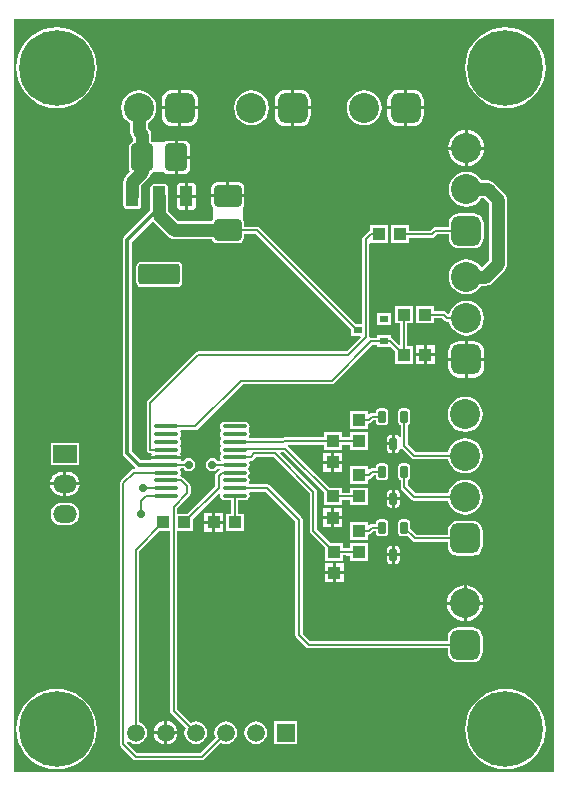
<source format=gtl>
%FSLAX24Y24*%
%MOIN*%
G70*
G01*
G75*
G04 Layer_Physical_Order=1*
G04 Layer_Color=255*
%ADD10R,0.0433X0.0433*%
G04:AMPARAMS|DCode=11|XSize=23.6mil|YSize=39.4mil|CornerRadius=3mil|HoleSize=0mil|Usage=FLASHONLY|Rotation=180.000|XOffset=0mil|YOffset=0mil|HoleType=Round|Shape=RoundedRectangle|*
%AMROUNDEDRECTD11*
21,1,0.0236,0.0335,0,0,180.0*
21,1,0.0177,0.0394,0,0,180.0*
1,1,0.0059,-0.0089,0.0167*
1,1,0.0059,0.0089,0.0167*
1,1,0.0059,0.0089,-0.0167*
1,1,0.0059,-0.0089,-0.0167*
%
%ADD11ROUNDEDRECTD11*%
%ADD12R,0.0433X0.0433*%
%ADD13R,0.0295X0.0236*%
%ADD14O,0.0827X0.0138*%
G04:AMPARAMS|DCode=15|XSize=90.6mil|YSize=70.9mil|CornerRadius=8.9mil|HoleSize=0mil|Usage=FLASHONLY|Rotation=90.000|XOffset=0mil|YOffset=0mil|HoleType=Round|Shape=RoundedRectangle|*
%AMROUNDEDRECTD15*
21,1,0.0906,0.0532,0,0,90.0*
21,1,0.0728,0.0709,0,0,90.0*
1,1,0.0177,0.0266,0.0364*
1,1,0.0177,0.0266,-0.0364*
1,1,0.0177,-0.0266,-0.0364*
1,1,0.0177,-0.0266,0.0364*
%
%ADD15ROUNDEDRECTD15*%
G04:AMPARAMS|DCode=16|XSize=90.6mil|YSize=70.9mil|CornerRadius=8.9mil|HoleSize=0mil|Usage=FLASHONLY|Rotation=180.000|XOffset=0mil|YOffset=0mil|HoleType=Round|Shape=RoundedRectangle|*
%AMROUNDEDRECTD16*
21,1,0.0906,0.0532,0,0,180.0*
21,1,0.0728,0.0709,0,0,180.0*
1,1,0.0177,-0.0364,0.0266*
1,1,0.0177,0.0364,0.0266*
1,1,0.0177,0.0364,-0.0266*
1,1,0.0177,-0.0364,-0.0266*
%
%ADD16ROUNDEDRECTD16*%
G04:AMPARAMS|DCode=17|XSize=137.8mil|YSize=68.9mil|CornerRadius=8.6mil|HoleSize=0mil|Usage=FLASHONLY|Rotation=180.000|XOffset=0mil|YOffset=0mil|HoleType=Round|Shape=RoundedRectangle|*
%AMROUNDEDRECTD17*
21,1,0.1378,0.0517,0,0,180.0*
21,1,0.1206,0.0689,0,0,180.0*
1,1,0.0172,-0.0603,0.0258*
1,1,0.0172,0.0603,0.0258*
1,1,0.0172,0.0603,-0.0258*
1,1,0.0172,-0.0603,-0.0258*
%
%ADD17ROUNDEDRECTD17*%
G04:AMPARAMS|DCode=18|XSize=43.3mil|YSize=68.9mil|CornerRadius=5.4mil|HoleSize=0mil|Usage=FLASHONLY|Rotation=180.000|XOffset=0mil|YOffset=0mil|HoleType=Round|Shape=RoundedRectangle|*
%AMROUNDEDRECTD18*
21,1,0.0433,0.0581,0,0,180.0*
21,1,0.0325,0.0689,0,0,180.0*
1,1,0.0108,-0.0162,0.0290*
1,1,0.0108,0.0162,0.0290*
1,1,0.0108,0.0162,-0.0290*
1,1,0.0108,-0.0162,-0.0290*
%
%ADD18ROUNDEDRECTD18*%
G04:AMPARAMS|DCode=19|XSize=43.3mil|YSize=68.9mil|CornerRadius=5.4mil|HoleSize=0mil|Usage=FLASHONLY|Rotation=180.000|XOffset=0mil|YOffset=0mil|HoleType=Round|Shape=RoundedRectangle|*
%AMROUNDEDRECTD19*
21,1,0.0433,0.0581,0,0,180.0*
21,1,0.0325,0.0689,0,0,180.0*
1,1,0.0108,-0.0162,0.0290*
1,1,0.0108,0.0162,0.0290*
1,1,0.0108,0.0162,-0.0290*
1,1,0.0108,-0.0162,-0.0290*
%
%ADD19ROUNDEDRECTD19*%
%ADD20C,0.0079*%
%ADD21C,0.0433*%
%ADD22C,0.0138*%
%ADD23C,0.1000*%
G04:AMPARAMS|DCode=24|XSize=100mil|YSize=100mil|CornerRadius=25mil|HoleSize=0mil|Usage=FLASHONLY|Rotation=90.000|XOffset=0mil|YOffset=0mil|HoleType=Round|Shape=RoundedRectangle|*
%AMROUNDEDRECTD24*
21,1,0.1000,0.0500,0,0,90.0*
21,1,0.0500,0.1000,0,0,90.0*
1,1,0.0500,0.0250,0.0250*
1,1,0.0500,0.0250,-0.0250*
1,1,0.0500,-0.0250,-0.0250*
1,1,0.0500,-0.0250,0.0250*
%
%ADD24ROUNDEDRECTD24*%
%ADD25C,0.2520*%
%ADD26R,0.0787X0.0591*%
%ADD27O,0.0787X0.0591*%
%ADD28R,0.0591X0.0591*%
%ADD29C,0.0591*%
G04:AMPARAMS|DCode=30|XSize=100mil|YSize=100mil|CornerRadius=25mil|HoleSize=0mil|Usage=FLASHONLY|Rotation=0.000|XOffset=0mil|YOffset=0mil|HoleType=Round|Shape=RoundedRectangle|*
%AMROUNDEDRECTD30*
21,1,0.1000,0.0500,0,0,0.0*
21,1,0.0500,0.1000,0,0,0.0*
1,1,0.0500,0.0250,-0.0250*
1,1,0.0500,-0.0250,-0.0250*
1,1,0.0500,-0.0250,0.0250*
1,1,0.0500,0.0250,0.0250*
%
%ADD30ROUNDEDRECTD30*%
%ADD31C,0.0276*%
G36*
X18167Y141D02*
X141D01*
Y25253D01*
X18167D01*
Y141D01*
D02*
G37*
%LPC*%
G36*
X11104Y8939D02*
X10837D01*
Y8672D01*
X11104D01*
Y8939D01*
D02*
G37*
G36*
X10737D02*
X10471D01*
Y8672D01*
X10737D01*
Y8939D01*
D02*
G37*
G36*
X13258Y10435D02*
X13081D01*
X13038Y10427D01*
X13003Y10403D01*
X12979Y10367D01*
X12970Y10325D01*
Y9990D01*
X12979Y9948D01*
X13003Y9912D01*
X13038Y9888D01*
X13049Y9886D01*
Y9636D01*
X13049Y9636D01*
X13058Y9590D01*
X13084Y9551D01*
X13409Y9226D01*
X13448Y9200D01*
X13494Y9191D01*
X13494Y9191D01*
X14629D01*
X14633Y9160D01*
X14691Y9019D01*
X14784Y8898D01*
X14905Y8805D01*
X15046Y8747D01*
X15197Y8727D01*
X15348Y8747D01*
X15489Y8805D01*
X15610Y8898D01*
X15702Y9019D01*
X15761Y9160D01*
X15781Y9311D01*
X15761Y9462D01*
X15702Y9603D01*
X15610Y9724D01*
X15489Y9817D01*
X15348Y9875D01*
X15197Y9895D01*
X15046Y9875D01*
X14905Y9817D01*
X14784Y9724D01*
X14691Y9603D01*
X14633Y9462D01*
X14629Y9431D01*
X13544D01*
X13290Y9686D01*
Y9886D01*
X13300Y9888D01*
X13336Y9912D01*
X13360Y9948D01*
X13368Y9990D01*
Y10325D01*
X13360Y10367D01*
X13336Y10403D01*
X13300Y10427D01*
X13258Y10435D01*
D02*
G37*
G36*
X13016Y9202D02*
X12845D01*
Y8953D01*
X12884D01*
X12934Y8963D01*
X12977Y8991D01*
X13006Y9034D01*
X13016Y9085D01*
Y9202D01*
D02*
G37*
G36*
X12745D02*
X12575D01*
Y9085D01*
X12585Y9034D01*
X12613Y8991D01*
X12656Y8963D01*
X12707Y8953D01*
X12745D01*
Y9202D01*
D02*
G37*
G36*
X7128Y8781D02*
X6861D01*
Y8515D01*
X7128D01*
Y8781D01*
D02*
G37*
G36*
X11104Y8572D02*
X10837D01*
Y8306D01*
X11104D01*
Y8572D01*
D02*
G37*
G36*
X10737D02*
X10471D01*
Y8306D01*
X10737D01*
Y8572D01*
D02*
G37*
G36*
X1949Y9125D02*
X1752D01*
X1654Y9112D01*
X1563Y9075D01*
X1485Y9015D01*
X1425Y8937D01*
X1388Y8846D01*
X1375Y8748D01*
X1388Y8650D01*
X1425Y8559D01*
X1485Y8481D01*
X1563Y8421D01*
X1654Y8384D01*
X1752Y8371D01*
X1949D01*
X2046Y8384D01*
X2137Y8421D01*
X2216Y8481D01*
X2276Y8559D01*
X2313Y8650D01*
X2326Y8748D01*
X2313Y8846D01*
X2276Y8937D01*
X2216Y9015D01*
X2137Y9075D01*
X2046Y9112D01*
X1949Y9125D01*
D02*
G37*
G36*
X6761Y8781D02*
X6494D01*
Y8515D01*
X6761D01*
Y8781D01*
D02*
G37*
G36*
X12510Y8565D02*
X12333D01*
X12290Y8557D01*
X12255Y8533D01*
X12231Y8497D01*
X12222Y8455D01*
Y8408D01*
X12083D01*
X12083Y8408D01*
X12037Y8399D01*
X11999Y8373D01*
X11977Y8377D01*
X11949Y8389D01*
Y8484D01*
X11358D01*
Y7894D01*
X11949D01*
Y8037D01*
X11984Y8069D01*
X12031Y8078D01*
X12070Y8104D01*
X12133Y8167D01*
X12222D01*
Y8120D01*
X12231Y8078D01*
X12255Y8042D01*
X12290Y8018D01*
X12333Y8010D01*
X12510D01*
X12552Y8018D01*
X12588Y8042D01*
X12612Y8078D01*
X12620Y8120D01*
Y8455D01*
X12612Y8497D01*
X12588Y8533D01*
X12552Y8557D01*
X12510Y8565D01*
D02*
G37*
G36*
X12745Y9551D02*
X12707D01*
X12656Y9541D01*
X12613Y9513D01*
X12585Y9470D01*
X12575Y9419D01*
Y9302D01*
X12745D01*
Y9551D01*
D02*
G37*
G36*
X12510Y10435D02*
X12333D01*
X12290Y10427D01*
X12255Y10403D01*
X12231Y10367D01*
X12222Y10325D01*
Y10278D01*
X12093D01*
X12093Y10278D01*
X12047Y10269D01*
X12007Y10243D01*
X11995Y10230D01*
X11949Y10249D01*
Y10335D01*
X11358D01*
Y9744D01*
X11949D01*
Y9881D01*
X11974Y9919D01*
X12021Y9928D01*
X12060Y9954D01*
X12142Y10037D01*
X12222D01*
Y9990D01*
X12231Y9948D01*
X12255Y9912D01*
X12290Y9888D01*
X12333Y9880D01*
X12510D01*
X12552Y9888D01*
X12588Y9912D01*
X12612Y9948D01*
X12620Y9990D01*
Y10325D01*
X12612Y10367D01*
X12588Y10403D01*
X12552Y10427D01*
X12510Y10435D01*
D02*
G37*
G36*
X11104Y10422D02*
X10837D01*
Y10156D01*
X11104D01*
Y10422D01*
D02*
G37*
G36*
X2323Y11122D02*
X1378D01*
Y10374D01*
X2323D01*
Y11122D01*
D02*
G37*
G36*
X11104Y10789D02*
X10837D01*
Y10522D01*
X11104D01*
Y10789D01*
D02*
G37*
G36*
X10737D02*
X10471D01*
Y10522D01*
X10737D01*
Y10789D01*
D02*
G37*
G36*
Y10422D02*
X10471D01*
Y10156D01*
X10737D01*
Y10422D01*
D02*
G37*
G36*
X1800Y9698D02*
X1360D01*
X1367Y9645D01*
X1407Y9549D01*
X1470Y9466D01*
X1553Y9403D01*
X1649Y9363D01*
X1752Y9349D01*
X1800D01*
Y9698D01*
D02*
G37*
G36*
X12884Y9551D02*
X12845D01*
Y9302D01*
X13016D01*
Y9419D01*
X13006Y9470D01*
X12977Y9513D01*
X12934Y9541D01*
X12884Y9551D01*
D02*
G37*
G36*
X2341Y9698D02*
X1900D01*
Y9349D01*
X1949D01*
X2052Y9363D01*
X2148Y9403D01*
X2231Y9466D01*
X2294Y9549D01*
X2334Y9645D01*
X2341Y9698D01*
D02*
G37*
G36*
X1949Y10147D02*
X1900D01*
Y9798D01*
X2341D01*
X2334Y9851D01*
X2294Y9947D01*
X2231Y10030D01*
X2148Y10093D01*
X2052Y10133D01*
X1949Y10147D01*
D02*
G37*
G36*
X1800D02*
X1752D01*
X1649Y10133D01*
X1553Y10093D01*
X1470Y10030D01*
X1407Y9947D01*
X1367Y9851D01*
X1360Y9798D01*
X1800D01*
Y10147D01*
D02*
G37*
G36*
X5263Y1849D02*
Y1507D01*
X5605D01*
X5598Y1560D01*
X5558Y1656D01*
X5494Y1739D01*
X5412Y1802D01*
X5316Y1842D01*
X5263Y1849D01*
D02*
G37*
G36*
X5163D02*
X5109Y1842D01*
X5013Y1802D01*
X4931Y1739D01*
X4867Y1656D01*
X4827Y1560D01*
X4820Y1507D01*
X5163D01*
Y1849D01*
D02*
G37*
G36*
X15147Y5718D02*
X14599D01*
X14606Y5650D01*
X14640Y5537D01*
X14696Y5433D01*
X14771Y5341D01*
X14862Y5266D01*
X14966Y5211D01*
X15079Y5176D01*
X15147Y5170D01*
Y5718D01*
D02*
G37*
G36*
Y6366D02*
X15079Y6359D01*
X14966Y6325D01*
X14862Y6269D01*
X14771Y6194D01*
X14696Y6103D01*
X14640Y5998D01*
X14606Y5885D01*
X14599Y5818D01*
X15147D01*
Y6366D01*
D02*
G37*
G36*
X15795Y5718D02*
X15247D01*
Y5170D01*
X15314Y5176D01*
X15428Y5211D01*
X15532Y5266D01*
X15623Y5341D01*
X15698Y5433D01*
X15754Y5537D01*
X15788Y5650D01*
X15795Y5718D01*
D02*
G37*
G36*
X9587Y1831D02*
X8839D01*
Y1083D01*
X9587D01*
Y1831D01*
D02*
G37*
G36*
X16535Y2918D02*
X16325Y2901D01*
X16121Y2852D01*
X15926Y2771D01*
X15746Y2661D01*
X15586Y2524D01*
X15449Y2364D01*
X15339Y2184D01*
X15258Y1990D01*
X15209Y1785D01*
X15193Y1575D01*
X15209Y1365D01*
X15258Y1160D01*
X15339Y965D01*
X15449Y786D01*
X15586Y625D01*
X15746Y489D01*
X15926Y378D01*
X16121Y298D01*
X16325Y249D01*
X16535Y232D01*
X16745Y249D01*
X16950Y298D01*
X17145Y378D01*
X17325Y489D01*
X17485Y625D01*
X17622Y786D01*
X17732Y965D01*
X17812Y1160D01*
X17862Y1365D01*
X17878Y1575D01*
X17862Y1785D01*
X17812Y1990D01*
X17732Y2184D01*
X17622Y2364D01*
X17485Y2524D01*
X17325Y2661D01*
X17145Y2771D01*
X16950Y2852D01*
X16745Y2901D01*
X16535Y2918D01*
D02*
G37*
G36*
X1575D02*
X1365Y2901D01*
X1160Y2852D01*
X965Y2771D01*
X786Y2661D01*
X625Y2524D01*
X489Y2364D01*
X378Y2184D01*
X298Y1990D01*
X249Y1785D01*
X232Y1575D01*
X249Y1365D01*
X298Y1160D01*
X378Y965D01*
X489Y786D01*
X625Y625D01*
X786Y489D01*
X965Y378D01*
X1160Y298D01*
X1365Y249D01*
X1575Y232D01*
X1785Y249D01*
X1990Y298D01*
X2184Y378D01*
X2364Y489D01*
X2524Y625D01*
X2661Y786D01*
X2771Y965D01*
X2852Y1160D01*
X2901Y1365D01*
X2918Y1575D01*
X2901Y1785D01*
X2852Y1990D01*
X2771Y2184D01*
X2661Y2364D01*
X2524Y2524D01*
X2364Y2661D01*
X2184Y2771D01*
X1990Y2852D01*
X1785Y2901D01*
X1575Y2918D01*
D02*
G37*
G36*
X5163Y1407D02*
X4820D01*
X4827Y1354D01*
X4867Y1257D01*
X4931Y1175D01*
X5013Y1111D01*
X5109Y1072D01*
X5163Y1065D01*
Y1407D01*
D02*
G37*
G36*
X8213Y1834D02*
X8115Y1821D01*
X8024Y1783D01*
X7946Y1723D01*
X7886Y1645D01*
X7848Y1554D01*
X7835Y1457D01*
X7848Y1359D01*
X7886Y1268D01*
X7946Y1190D01*
X8024Y1130D01*
X8115Y1092D01*
X8213Y1079D01*
X8310Y1092D01*
X8401Y1130D01*
X8479Y1190D01*
X8539Y1268D01*
X8577Y1359D01*
X8590Y1457D01*
X8577Y1554D01*
X8539Y1645D01*
X8479Y1723D01*
X8401Y1783D01*
X8310Y1821D01*
X8213Y1834D01*
D02*
G37*
G36*
X5605Y1407D02*
X5263D01*
Y1065D01*
X5316Y1072D01*
X5412Y1111D01*
X5494Y1175D01*
X5558Y1257D01*
X5598Y1354D01*
X5605Y1407D01*
D02*
G37*
G36*
X15247Y6366D02*
Y5818D01*
X15795D01*
X15788Y5885D01*
X15754Y5998D01*
X15698Y6103D01*
X15623Y6194D01*
X15532Y6269D01*
X15428Y6325D01*
X15314Y6359D01*
X15247Y6366D01*
D02*
G37*
G36*
X12745Y7681D02*
X12707D01*
X12656Y7671D01*
X12613Y7643D01*
X12585Y7600D01*
X12575Y7549D01*
Y7432D01*
X12745D01*
Y7681D01*
D02*
G37*
G36*
X13258Y8565D02*
X13081D01*
X13038Y8557D01*
X13003Y8533D01*
X12979Y8497D01*
X12970Y8455D01*
Y8120D01*
X12979Y8078D01*
X13003Y8042D01*
X13038Y8018D01*
X13081Y8010D01*
X13258D01*
X13274Y8013D01*
X13438Y7848D01*
X13478Y7822D01*
X13524Y7813D01*
X14615D01*
Y7683D01*
X14627Y7597D01*
X14660Y7517D01*
X14712Y7449D01*
X14781Y7396D01*
X14861Y7363D01*
X14947Y7351D01*
X15447D01*
X15533Y7363D01*
X15613Y7396D01*
X15681Y7449D01*
X15734Y7517D01*
X15767Y7597D01*
X15778Y7683D01*
Y8183D01*
X15767Y8269D01*
X15734Y8349D01*
X15681Y8418D01*
X15613Y8470D01*
X15533Y8503D01*
X15447Y8515D01*
X14947D01*
X14861Y8503D01*
X14781Y8470D01*
X14712Y8418D01*
X14660Y8349D01*
X14627Y8269D01*
X14615Y8183D01*
Y8054D01*
X13574D01*
X13368Y8259D01*
Y8455D01*
X13360Y8497D01*
X13336Y8533D01*
X13300Y8557D01*
X13258Y8565D01*
D02*
G37*
G36*
X12884Y7681D02*
X12845D01*
Y7432D01*
X13016D01*
Y7549D01*
X13006Y7600D01*
X12977Y7643D01*
X12934Y7671D01*
X12884Y7681D01*
D02*
G37*
G36*
X7128Y8415D02*
X6861D01*
Y8148D01*
X7128D01*
Y8415D01*
D02*
G37*
G36*
X6761D02*
X6494D01*
Y8148D01*
X6761D01*
Y8415D01*
D02*
G37*
G36*
X13016Y7332D02*
X12845D01*
Y7082D01*
X12884D01*
X12934Y7093D01*
X12977Y7121D01*
X13006Y7164D01*
X13016Y7215D01*
Y7332D01*
D02*
G37*
G36*
X11143Y6732D02*
X10877D01*
Y6465D01*
X11143D01*
Y6732D01*
D02*
G37*
G36*
X10777D02*
X10510D01*
Y6465D01*
X10777D01*
Y6732D01*
D02*
G37*
G36*
Y7098D02*
X10510D01*
Y6832D01*
X10777D01*
Y7098D01*
D02*
G37*
G36*
X12745Y7332D02*
X12575D01*
Y7215D01*
X12585Y7164D01*
X12613Y7121D01*
X12656Y7093D01*
X12707Y7082D01*
X12745D01*
Y7332D01*
D02*
G37*
G36*
X11143Y7098D02*
X10877D01*
Y6832D01*
X11143D01*
Y7098D01*
D02*
G37*
G36*
X12745Y11033D02*
X12575D01*
Y10915D01*
X12585Y10865D01*
X12613Y10822D01*
X12656Y10793D01*
X12707Y10783D01*
X12745D01*
Y11033D01*
D02*
G37*
G36*
X5639Y22233D02*
X5086D01*
Y22033D01*
X5098Y21942D01*
X5133Y21857D01*
X5189Y21784D01*
X5262Y21728D01*
X5348Y21692D01*
X5439Y21680D01*
X5639D01*
Y22233D01*
D02*
G37*
G36*
X15286Y21543D02*
Y20995D01*
X15834D01*
X15828Y21063D01*
X15793Y21176D01*
X15738Y21280D01*
X15663Y21371D01*
X15571Y21446D01*
X15467Y21502D01*
X15354Y21536D01*
X15286Y21543D01*
D02*
G37*
G36*
X6292Y22233D02*
X5739D01*
Y21680D01*
X5939D01*
X6030Y21692D01*
X6115Y21728D01*
X6189Y21784D01*
X6245Y21857D01*
X6280Y21942D01*
X6292Y22033D01*
Y22233D01*
D02*
G37*
G36*
X10052D02*
X9499D01*
Y21680D01*
X9699D01*
X9790Y21692D01*
X9875Y21728D01*
X9948Y21784D01*
X10005Y21857D01*
X10040Y21942D01*
X10052Y22033D01*
Y22233D01*
D02*
G37*
G36*
X9399D02*
X8846D01*
Y22033D01*
X8858Y21942D01*
X8893Y21857D01*
X8949Y21784D01*
X9022Y21728D01*
X9107Y21692D01*
X9199Y21680D01*
X9399D01*
Y22233D01*
D02*
G37*
G36*
X15186Y21543D02*
X15119Y21536D01*
X15006Y21502D01*
X14901Y21446D01*
X14810Y21371D01*
X14735Y21280D01*
X14679Y21176D01*
X14645Y21063D01*
X14638Y20995D01*
X15186D01*
Y21543D01*
D02*
G37*
G36*
X6029Y20580D02*
X5621D01*
Y20073D01*
X5837D01*
X5910Y20088D01*
X5973Y20130D01*
X6014Y20192D01*
X6029Y20266D01*
Y20580D01*
D02*
G37*
G36*
X4311Y22867D02*
X4160Y22847D01*
X4019Y22789D01*
X3898Y22696D01*
X3805Y22575D01*
X3747Y22435D01*
X3727Y22283D01*
X3747Y22132D01*
X3805Y21992D01*
X3898Y21871D01*
X4013Y21783D01*
Y21514D01*
X4023Y21437D01*
X4053Y21365D01*
X4100Y21304D01*
X4131Y21273D01*
Y21158D01*
X4098Y21152D01*
X4043Y21115D01*
X4006Y21059D01*
X3993Y20994D01*
Y20266D01*
X4006Y20200D01*
X4031Y20163D01*
X3884Y20017D01*
X3837Y19955D01*
X3807Y19883D01*
X3797Y19806D01*
Y19621D01*
X3797Y19621D01*
Y19040D01*
X3807Y18989D01*
X3836Y18945D01*
X3880Y18915D01*
X3932Y18905D01*
X4257D01*
X4309Y18915D01*
X4353Y18945D01*
X4382Y18989D01*
X4392Y19040D01*
Y19621D01*
X4392Y19621D01*
Y19683D01*
X4640Y19930D01*
X4640Y19930D01*
X4687Y19992D01*
X4717Y20064D01*
X4720Y20086D01*
X4759Y20108D01*
X4760Y20108D01*
X4767Y20112D01*
X4812Y20130D01*
X4845Y20130D01*
X5169D01*
X5169Y20130D01*
X5232Y20088D01*
X5305Y20073D01*
X5521D01*
Y20630D01*
Y21186D01*
X5305D01*
X5232Y21172D01*
X5169Y21130D01*
X5169Y21130D01*
X4800D01*
X4800Y21130D01*
X4767Y21148D01*
X4760Y21152D01*
X4760Y21152D01*
X4727Y21158D01*
Y21396D01*
X4727Y21396D01*
X4722Y21435D01*
X4717Y21473D01*
X4687Y21545D01*
X4640Y21607D01*
X4609Y21638D01*
Y21783D01*
X4724Y21871D01*
X4817Y21992D01*
X4875Y22132D01*
X4895Y22283D01*
X4875Y22435D01*
X4817Y22575D01*
X4724Y22696D01*
X4603Y22789D01*
X4462Y22847D01*
X4311Y22867D01*
D02*
G37*
G36*
X15186Y20895D02*
X14638D01*
X14645Y20827D01*
X14679Y20714D01*
X14735Y20610D01*
X14810Y20519D01*
X14901Y20444D01*
X15006Y20388D01*
X15119Y20354D01*
X15186Y20347D01*
Y20895D01*
D02*
G37*
G36*
X5837Y21186D02*
X5621D01*
Y20680D01*
X6029D01*
Y20994D01*
X6014Y21068D01*
X5973Y21130D01*
X5910Y21172D01*
X5837Y21186D01*
D02*
G37*
G36*
X15834Y20895D02*
X15286D01*
Y20347D01*
X15354Y20354D01*
X15467Y20388D01*
X15571Y20444D01*
X15663Y20519D01*
X15738Y20610D01*
X15793Y20714D01*
X15828Y20827D01*
X15834Y20895D01*
D02*
G37*
G36*
X13159Y22233D02*
X12606D01*
Y22033D01*
X12618Y21942D01*
X12653Y21857D01*
X12709Y21784D01*
X12782Y21728D01*
X12867Y21692D01*
X12959Y21680D01*
X13159D01*
Y22233D01*
D02*
G37*
G36*
X9399Y22886D02*
X9199D01*
X9107Y22874D01*
X9022Y22839D01*
X8949Y22783D01*
X8893Y22710D01*
X8858Y22625D01*
X8846Y22533D01*
Y22333D01*
X9399D01*
Y22886D01*
D02*
G37*
G36*
X5939D02*
X5739D01*
Y22333D01*
X6292D01*
Y22533D01*
X6280Y22625D01*
X6245Y22710D01*
X6189Y22783D01*
X6115Y22839D01*
X6030Y22874D01*
X5939Y22886D01*
D02*
G37*
G36*
X9699D02*
X9499D01*
Y22333D01*
X10052D01*
Y22533D01*
X10040Y22625D01*
X10005Y22710D01*
X9948Y22783D01*
X9875Y22839D01*
X9790Y22874D01*
X9699Y22886D01*
D02*
G37*
G36*
X13459D02*
X13259D01*
Y22333D01*
X13812D01*
Y22533D01*
X13800Y22625D01*
X13764Y22710D01*
X13708Y22783D01*
X13635Y22839D01*
X13550Y22874D01*
X13459Y22886D01*
D02*
G37*
G36*
X13159D02*
X12959D01*
X12867Y22874D01*
X12782Y22839D01*
X12709Y22783D01*
X12653Y22710D01*
X12618Y22625D01*
X12606Y22533D01*
Y22333D01*
X13159D01*
Y22886D01*
D02*
G37*
G36*
X5639D02*
X5439D01*
X5348Y22874D01*
X5262Y22839D01*
X5189Y22783D01*
X5133Y22710D01*
X5098Y22625D01*
X5086Y22533D01*
Y22333D01*
X5639D01*
Y22886D01*
D02*
G37*
G36*
X8071Y22867D02*
X7920Y22847D01*
X7779Y22789D01*
X7658Y22696D01*
X7565Y22575D01*
X7507Y22435D01*
X7487Y22283D01*
X7507Y22132D01*
X7565Y21992D01*
X7658Y21871D01*
X7779Y21778D01*
X7920Y21720D01*
X8071Y21700D01*
X8222Y21720D01*
X8363Y21778D01*
X8484Y21871D01*
X8576Y21992D01*
X8635Y22132D01*
X8655Y22283D01*
X8635Y22435D01*
X8576Y22575D01*
X8484Y22696D01*
X8363Y22789D01*
X8222Y22847D01*
X8071Y22867D01*
D02*
G37*
G36*
X13812Y22233D02*
X13259D01*
Y21680D01*
X13459D01*
X13550Y21692D01*
X13635Y21728D01*
X13708Y21784D01*
X13764Y21857D01*
X13800Y21942D01*
X13812Y22033D01*
Y22233D01*
D02*
G37*
G36*
X11831Y22867D02*
X11680Y22847D01*
X11539Y22789D01*
X11418Y22696D01*
X11325Y22575D01*
X11267Y22435D01*
X11247Y22283D01*
X11267Y22132D01*
X11325Y21992D01*
X11418Y21871D01*
X11539Y21778D01*
X11680Y21720D01*
X11831Y21700D01*
X11982Y21720D01*
X12123Y21778D01*
X12243Y21871D01*
X12336Y21992D01*
X12395Y22132D01*
X12414Y22283D01*
X12395Y22435D01*
X12336Y22575D01*
X12243Y22696D01*
X12123Y22789D01*
X11982Y22847D01*
X11831Y22867D01*
D02*
G37*
G36*
X16535Y24965D02*
X16325Y24948D01*
X16121Y24899D01*
X15926Y24818D01*
X15746Y24708D01*
X15586Y24571D01*
X15449Y24411D01*
X15339Y24232D01*
X15258Y24037D01*
X15209Y23832D01*
X15193Y23622D01*
X15209Y23412D01*
X15258Y23207D01*
X15339Y23012D01*
X15449Y22833D01*
X15586Y22673D01*
X15746Y22536D01*
X15926Y22426D01*
X16121Y22345D01*
X16325Y22296D01*
X16535Y22279D01*
X16745Y22296D01*
X16950Y22345D01*
X17145Y22426D01*
X17325Y22536D01*
X17485Y22673D01*
X17622Y22833D01*
X17732Y23012D01*
X17812Y23207D01*
X17862Y23412D01*
X17878Y23622D01*
X17862Y23832D01*
X17812Y24037D01*
X17732Y24232D01*
X17622Y24411D01*
X17485Y24571D01*
X17325Y24708D01*
X17145Y24818D01*
X16950Y24899D01*
X16745Y24948D01*
X16535Y24965D01*
D02*
G37*
G36*
X1575D02*
X1365Y24948D01*
X1160Y24899D01*
X965Y24818D01*
X786Y24708D01*
X625Y24571D01*
X489Y24411D01*
X378Y24232D01*
X298Y24037D01*
X249Y23832D01*
X232Y23622D01*
X249Y23412D01*
X298Y23207D01*
X378Y23012D01*
X489Y22833D01*
X625Y22673D01*
X786Y22536D01*
X965Y22426D01*
X1160Y22345D01*
X1365Y22296D01*
X1575Y22279D01*
X1785Y22296D01*
X1990Y22345D01*
X2184Y22426D01*
X2364Y22536D01*
X2524Y22673D01*
X2661Y22833D01*
X2771Y23012D01*
X2852Y23207D01*
X2901Y23412D01*
X2918Y23622D01*
X2901Y23832D01*
X2852Y24037D01*
X2771Y24232D01*
X2661Y24411D01*
X2524Y24571D01*
X2364Y24708D01*
X2184Y24818D01*
X1990Y24899D01*
X1785Y24948D01*
X1575Y24965D01*
D02*
G37*
G36*
X7648Y19808D02*
X7333D01*
Y19400D01*
X7840D01*
Y19616D01*
X7825Y19690D01*
X7784Y19752D01*
X7721Y19794D01*
X7648Y19808D01*
D02*
G37*
G36*
X14175Y14005D02*
X13908D01*
Y13739D01*
X14175D01*
Y14005D01*
D02*
G37*
G36*
X13808D02*
X13542D01*
Y13739D01*
X13808D01*
Y14005D01*
D02*
G37*
G36*
X15186Y14501D02*
X14986D01*
X14895Y14489D01*
X14810Y14453D01*
X14737Y14397D01*
X14681Y14324D01*
X14645Y14239D01*
X14633Y14148D01*
Y13948D01*
X15186D01*
Y14501D01*
D02*
G37*
G36*
X13808Y14372D02*
X13542D01*
Y14105D01*
X13808D01*
Y14372D01*
D02*
G37*
G36*
X15486Y14501D02*
X15286D01*
Y13948D01*
X15839D01*
Y14148D01*
X15827Y14239D01*
X15792Y14324D01*
X15736Y14397D01*
X15663Y14453D01*
X15578Y14489D01*
X15486Y14501D01*
D02*
G37*
G36*
X15839Y13848D02*
X15286D01*
Y13295D01*
X15486D01*
X15578Y13307D01*
X15663Y13342D01*
X15736Y13398D01*
X15792Y13471D01*
X15827Y13556D01*
X15839Y13648D01*
Y13848D01*
D02*
G37*
G36*
X13258Y12266D02*
X13081D01*
X13038Y12258D01*
X13003Y12234D01*
X12979Y12198D01*
X12970Y12156D01*
Y11821D01*
X12979Y11779D01*
X13003Y11743D01*
X13038Y11719D01*
X13049Y11717D01*
Y11321D01*
X12999Y11311D01*
X12977Y11343D01*
X12934Y11372D01*
X12884Y11382D01*
X12845D01*
Y11083D01*
Y10783D01*
X12884D01*
X12934Y10793D01*
X12977Y10822D01*
X13006Y10865D01*
X13016Y10915D01*
Y10943D01*
X13066Y10956D01*
X13084Y10929D01*
X13409Y10604D01*
X13448Y10578D01*
X13494Y10569D01*
X13494Y10569D01*
X14629D01*
X14633Y10538D01*
X14691Y10397D01*
X14784Y10276D01*
X14905Y10183D01*
X15046Y10125D01*
X15197Y10105D01*
X15348Y10125D01*
X15489Y10183D01*
X15610Y10276D01*
X15702Y10397D01*
X15761Y10538D01*
X15781Y10689D01*
X15761Y10840D01*
X15702Y10981D01*
X15610Y11102D01*
X15489Y11195D01*
X15348Y11253D01*
X15197Y11273D01*
X15046Y11253D01*
X14905Y11195D01*
X14784Y11102D01*
X14691Y10981D01*
X14633Y10840D01*
X14629Y10809D01*
X13544D01*
X13290Y11064D01*
Y11717D01*
X13300Y11719D01*
X13336Y11743D01*
X13360Y11779D01*
X13368Y11821D01*
Y12156D01*
X13360Y12198D01*
X13336Y12234D01*
X13300Y12258D01*
X13258Y12266D01*
D02*
G37*
G36*
X12745Y11382D02*
X12707D01*
X12656Y11372D01*
X12613Y11343D01*
X12585Y11301D01*
X12575Y11250D01*
Y11133D01*
X12745D01*
Y11382D01*
D02*
G37*
G36*
X15197Y12651D02*
X15046Y12631D01*
X14905Y12572D01*
X14784Y12480D01*
X14691Y12359D01*
X14633Y12218D01*
X14613Y12067D01*
X14633Y11916D01*
X14691Y11775D01*
X14784Y11654D01*
X14905Y11561D01*
X15046Y11503D01*
X15197Y11483D01*
X15348Y11503D01*
X15489Y11561D01*
X15610Y11654D01*
X15702Y11775D01*
X15761Y11916D01*
X15781Y12067D01*
X15761Y12218D01*
X15702Y12359D01*
X15610Y12480D01*
X15489Y12572D01*
X15348Y12631D01*
X15197Y12651D01*
D02*
G37*
G36*
X15186Y13848D02*
X14633D01*
Y13648D01*
X14645Y13556D01*
X14681Y13471D01*
X14737Y13398D01*
X14810Y13342D01*
X14895Y13307D01*
X14986Y13295D01*
X15186D01*
Y13848D01*
D02*
G37*
G36*
X12510Y12266D02*
X12333D01*
X12290Y12258D01*
X12255Y12234D01*
X12231Y12198D01*
X12222Y12156D01*
Y12109D01*
X12083D01*
X12037Y12099D01*
X12021Y12089D01*
X11999Y12074D01*
X11977Y12078D01*
X11949Y12090D01*
Y12185D01*
X11358D01*
Y11594D01*
X11949D01*
Y11738D01*
X11984Y11769D01*
X12031Y11778D01*
X12070Y11805D01*
X12133Y11868D01*
X12222D01*
Y11821D01*
X12231Y11779D01*
X12255Y11743D01*
X12290Y11719D01*
X12333Y11710D01*
X12510D01*
X12552Y11719D01*
X12588Y11743D01*
X12612Y11779D01*
X12620Y11821D01*
Y12156D01*
X12612Y12198D01*
X12588Y12234D01*
X12552Y12258D01*
X12510Y12266D01*
D02*
G37*
G36*
X14175Y14372D02*
X13908D01*
Y14105D01*
X14175D01*
Y14372D01*
D02*
G37*
G36*
X6225Y19281D02*
X5956D01*
Y18883D01*
X6068D01*
X6128Y18895D01*
X6179Y18929D01*
X6213Y18980D01*
X6225Y19040D01*
Y19281D01*
D02*
G37*
G36*
X5856D02*
X5586D01*
Y19040D01*
X5598Y18980D01*
X5632Y18929D01*
X5683Y18895D01*
X5743Y18883D01*
X5856D01*
Y19281D01*
D02*
G37*
G36*
Y19778D02*
X5743D01*
X5683Y19766D01*
X5632Y19732D01*
X5598Y19681D01*
X5586Y19621D01*
Y19381D01*
X5856D01*
Y19778D01*
D02*
G37*
G36*
X7233Y19808D02*
X6919D01*
X6846Y19794D01*
X6783Y19752D01*
X6742Y19690D01*
X6727Y19616D01*
Y19400D01*
X7233D01*
Y19808D01*
D02*
G37*
G36*
X6068Y19778D02*
X5956D01*
Y19381D01*
X6225D01*
Y19621D01*
X6213Y19681D01*
X6179Y19732D01*
X6128Y19766D01*
X6068Y19778D01*
D02*
G37*
G36*
X5162Y19757D02*
X4838D01*
X4786Y19746D01*
X4742Y19717D01*
X4712Y19673D01*
X4702Y19621D01*
Y19040D01*
X4702Y19040D01*
Y18951D01*
Y18866D01*
X3818Y17982D01*
X3785Y17933D01*
X3774Y17875D01*
Y10786D01*
X3785Y10729D01*
X3818Y10680D01*
X4199Y10298D01*
X4179Y10248D01*
X4154D01*
X4154Y10248D01*
X4108Y10239D01*
X4069Y10213D01*
X3709Y9853D01*
X3683Y9814D01*
X3674Y9768D01*
X3674Y9768D01*
Y1076D01*
X3674Y1076D01*
X3683Y1030D01*
X3709Y991D01*
X3709Y991D01*
X4129Y571D01*
X4168Y545D01*
X4214Y536D01*
X4214Y536D01*
X6412D01*
X6412Y536D01*
X6458Y545D01*
X6497Y571D01*
X6497Y571D01*
X7047Y1121D01*
X7115Y1092D01*
X7213Y1079D01*
X7310Y1092D01*
X7401Y1130D01*
X7479Y1190D01*
X7539Y1268D01*
X7577Y1359D01*
X7590Y1457D01*
X7577Y1554D01*
X7539Y1645D01*
X7479Y1723D01*
X7401Y1783D01*
X7310Y1821D01*
X7213Y1834D01*
X7115Y1821D01*
X7024Y1783D01*
X6946Y1723D01*
X6886Y1645D01*
X6848Y1554D01*
X6835Y1457D01*
X6848Y1359D01*
X6876Y1291D01*
X6362Y777D01*
X4264D01*
X3935Y1106D01*
X3938Y1133D01*
X3992Y1155D01*
X4024Y1130D01*
X4115Y1092D01*
X4213Y1079D01*
X4310Y1092D01*
X4401Y1130D01*
X4479Y1190D01*
X4539Y1268D01*
X4577Y1359D01*
X4590Y1457D01*
X4577Y1554D01*
X4539Y1645D01*
X4479Y1723D01*
X4401Y1783D01*
X4333Y1812D01*
Y7509D01*
X4993Y8169D01*
X5354D01*
Y2195D01*
X5354Y2195D01*
X5363Y2149D01*
X5389Y2110D01*
X5876Y1623D01*
X5848Y1554D01*
X5835Y1457D01*
X5848Y1359D01*
X5886Y1268D01*
X5946Y1190D01*
X6024Y1130D01*
X6115Y1092D01*
X6213Y1079D01*
X6310Y1092D01*
X6401Y1130D01*
X6479Y1190D01*
X6539Y1268D01*
X6577Y1359D01*
X6590Y1457D01*
X6577Y1554D01*
X6539Y1645D01*
X6479Y1723D01*
X6401Y1783D01*
X6310Y1821D01*
X6213Y1834D01*
X6115Y1821D01*
X6047Y1793D01*
X5595Y2245D01*
Y8169D01*
X6122D01*
Y8590D01*
X7014Y9482D01*
X7018Y9480D01*
X7036Y9418D01*
X7025Y9360D01*
X7036Y9303D01*
X7069Y9254D01*
X7118Y9221D01*
X7175Y9210D01*
X7399D01*
Y8760D01*
X7224D01*
Y8169D01*
X7815D01*
Y8760D01*
X7640D01*
Y9210D01*
X7864D01*
X7922Y9221D01*
X7971Y9254D01*
X8003Y9303D01*
X8015Y9360D01*
X8003Y9418D01*
X7985Y9446D01*
X8010Y9496D01*
X8545D01*
X9534Y8506D01*
Y4710D01*
X9534Y4710D01*
X9543Y4664D01*
X9569Y4625D01*
X9889Y4305D01*
X9889Y4305D01*
X9913Y4289D01*
X9928Y4279D01*
X9974Y4269D01*
X14615D01*
Y4140D01*
X14627Y4054D01*
X14660Y3974D01*
X14712Y3905D01*
X14781Y3853D01*
X14861Y3819D01*
X14947Y3808D01*
X15447D01*
X15533Y3819D01*
X15613Y3853D01*
X15681Y3905D01*
X15734Y3974D01*
X15767Y4054D01*
X15778Y4140D01*
Y4640D01*
X15767Y4726D01*
X15734Y4806D01*
X15681Y4874D01*
X15613Y4927D01*
X15533Y4960D01*
X15447Y4971D01*
X14947D01*
X14861Y4960D01*
X14781Y4927D01*
X14712Y4874D01*
X14660Y4806D01*
X14627Y4726D01*
X14615Y4640D01*
Y4510D01*
X10024D01*
X9775Y4760D01*
Y8556D01*
X9766Y8602D01*
X9755Y8618D01*
X9740Y8641D01*
X9740Y8641D01*
X8680Y9701D01*
X8641Y9727D01*
X8594Y9737D01*
X8594Y9737D01*
X8010D01*
X7985Y9787D01*
X8003Y9814D01*
X8015Y9872D01*
X8003Y9930D01*
X7971Y9979D01*
Y10022D01*
X8003Y10070D01*
X8015Y10128D01*
X8003Y10186D01*
X7971Y10234D01*
Y10277D01*
X8003Y10326D01*
X8015Y10384D01*
X8003Y10441D01*
X7985Y10469D01*
X8010Y10519D01*
X8044D01*
X8044Y10519D01*
X8091Y10529D01*
X8130Y10555D01*
X8219Y10644D01*
X8806D01*
X10014Y9436D01*
Y8183D01*
X10014Y8183D01*
X10023Y8137D01*
X10049Y8098D01*
X10532Y7615D01*
Y7195D01*
X11122D01*
Y7370D01*
X11197D01*
X11199Y7369D01*
X11245Y7360D01*
X11358D01*
Y7185D01*
X11949D01*
Y7776D01*
X11358D01*
Y7601D01*
X11282D01*
X11281Y7602D01*
X11234Y7611D01*
X11234Y7611D01*
X11122D01*
Y7786D01*
X10702D01*
X10255Y8233D01*
Y9486D01*
X10255Y9486D01*
X10246Y9532D01*
X10220Y9571D01*
X10220Y9571D01*
X9035Y10756D01*
X9054Y10802D01*
X9146D01*
X10492Y9456D01*
Y9035D01*
X11083D01*
Y9210D01*
X11214D01*
X11214Y9210D01*
X11358D01*
Y9035D01*
X11949D01*
Y9626D01*
X11358D01*
Y9451D01*
X11215D01*
X11214Y9451D01*
X11214Y9451D01*
X11083D01*
Y9626D01*
X10662D01*
X9281Y11008D01*
X9276Y11011D01*
X9291Y11061D01*
X10492D01*
Y10886D01*
X11083D01*
Y11061D01*
X11214D01*
X11214Y11061D01*
X11358D01*
Y10886D01*
X11949D01*
Y11476D01*
X11358D01*
Y11302D01*
X11215D01*
X11214Y11302D01*
X11214Y11302D01*
X11083D01*
Y11476D01*
X10492D01*
Y11302D01*
X9164D01*
X9164Y11302D01*
X9118Y11292D01*
X9087Y11272D01*
X8010D01*
X7985Y11322D01*
X8003Y11350D01*
X8015Y11407D01*
X8003Y11465D01*
X7979Y11502D01*
X7974Y11535D01*
X7979Y11569D01*
X8003Y11606D01*
X8015Y11663D01*
X8003Y11721D01*
X7971Y11770D01*
X7922Y11802D01*
X7864Y11814D01*
X7175D01*
X7118Y11802D01*
X7069Y11770D01*
X7036Y11721D01*
X7025Y11663D01*
X7036Y11606D01*
X7061Y11569D01*
X7066Y11535D01*
X7061Y11502D01*
X7036Y11465D01*
X7025Y11407D01*
X7036Y11350D01*
X7069Y11301D01*
Y11258D01*
X7036Y11209D01*
X7025Y11152D01*
X7036Y11094D01*
X7069Y11045D01*
Y11002D01*
X7036Y10953D01*
X7025Y10896D01*
X7036Y10838D01*
X7069Y10789D01*
Y10746D01*
X7036Y10697D01*
X7025Y10640D01*
X7036Y10582D01*
X7055Y10554D01*
X7029Y10504D01*
X6958D01*
X6928Y10550D01*
X6856Y10598D01*
X6772Y10614D01*
X6687Y10598D01*
X6616Y10550D01*
X6568Y10478D01*
X6551Y10394D01*
X6568Y10309D01*
X6616Y10238D01*
X6687Y10190D01*
X6772Y10173D01*
X6856Y10190D01*
X6928Y10238D01*
X6945Y10263D01*
X6995D01*
X7010Y10213D01*
X7009Y10213D01*
X7009Y10213D01*
X6899Y10103D01*
X6873Y10064D01*
X6864Y10018D01*
X6864Y10018D01*
Y9672D01*
X5952Y8760D01*
X5595D01*
Y8936D01*
X6010Y9351D01*
X6036Y9390D01*
X6045Y9436D01*
Y9666D01*
X6045Y9666D01*
X6036Y9712D01*
X6010Y9751D01*
X5804Y9957D01*
X5765Y9983D01*
X5725Y9991D01*
X5712Y10011D01*
X5701Y10042D01*
X5720Y10070D01*
X5731Y10128D01*
X5720Y10186D01*
X5701Y10213D01*
X5727Y10263D01*
X5811D01*
X5828Y10238D01*
X5900Y10190D01*
X5984Y10173D01*
X6069Y10190D01*
X6140Y10238D01*
X6188Y10309D01*
X6205Y10394D01*
X6188Y10478D01*
X6140Y10550D01*
X6069Y10598D01*
X5984Y10614D01*
X5900Y10598D01*
X5828Y10550D01*
X5800Y10507D01*
X5751Y10508D01*
X5727Y10554D01*
X5740Y10574D01*
X5743Y10590D01*
X4729D01*
X4731Y10584D01*
X4703Y10534D01*
X4389D01*
X4075Y10848D01*
Y17813D01*
X4757Y18495D01*
X4789Y18493D01*
X5284Y17998D01*
X5284Y17998D01*
X5346Y17951D01*
X5417Y17921D01*
X5494Y17911D01*
X5494Y17911D01*
X6755D01*
X6762Y17878D01*
X6799Y17822D01*
X6854Y17785D01*
X6919Y17772D01*
X7648D01*
X7713Y17785D01*
X7768Y17822D01*
X7805Y17878D01*
X7818Y17943D01*
Y18088D01*
X8208D01*
X11388Y14908D01*
Y14685D01*
X11698D01*
X11717Y14639D01*
X11245Y14167D01*
X6294D01*
X6294Y14167D01*
X6248Y14157D01*
X6209Y14131D01*
X6209Y14131D01*
X4619Y12541D01*
X4593Y12502D01*
X4584Y12456D01*
X4584Y12456D01*
Y10896D01*
X4593Y10850D01*
X4619Y10811D01*
X4658Y10784D01*
X4704Y10775D01*
X4719D01*
X4746Y10725D01*
X4733Y10706D01*
X4729Y10690D01*
X5743D01*
X5740Y10706D01*
X5702Y10762D01*
X5707Y10819D01*
X5720Y10838D01*
X5731Y10896D01*
X5720Y10953D01*
X5687Y11002D01*
Y11045D01*
X5720Y11094D01*
X5731Y11152D01*
X5720Y11209D01*
X5687Y11258D01*
Y11301D01*
X5720Y11350D01*
X5731Y11407D01*
X5720Y11465D01*
X5701Y11493D01*
X5727Y11543D01*
X6202D01*
X6202Y11543D01*
X6248Y11552D01*
X6287Y11578D01*
X7784Y13076D01*
X10753D01*
X10753Y13076D01*
X10799Y13085D01*
X10838Y13111D01*
X12114Y14387D01*
X12254D01*
Y14311D01*
X12707D01*
X12707Y14311D01*
Y14311D01*
X12747Y14288D01*
X12854Y14180D01*
Y13760D01*
X13445D01*
Y14350D01*
X13270D01*
Y14716D01*
X13270Y14716D01*
X13270Y14716D01*
Y15098D01*
X13445D01*
Y15689D01*
X12854D01*
Y15098D01*
X13029D01*
Y14716D01*
X13029Y14716D01*
X13029Y14716D01*
Y14417D01*
X12979Y14396D01*
X12782Y14593D01*
X12743Y14619D01*
X12707Y14626D01*
Y14705D01*
X12254D01*
Y14628D01*
X12064D01*
X12054Y14626D01*
X12048Y14627D01*
X12005Y14666D01*
Y17735D01*
X12028Y17776D01*
X12618D01*
Y18366D01*
X12028D01*
Y18186D01*
X12008Y18182D01*
X11969Y18156D01*
X11969Y18156D01*
X11799Y17986D01*
X11773Y17947D01*
X11764Y17901D01*
X11764Y17901D01*
Y15079D01*
X11558D01*
X8343Y18294D01*
X8304Y18320D01*
X8258Y18329D01*
X8258Y18329D01*
X7818D01*
Y18474D01*
X7805Y18540D01*
X7805Y18540D01*
X7783Y18580D01*
Y18580D01*
X7783Y18580D01*
X7783Y18580D01*
Y18949D01*
X7784Y18949D01*
X7825Y19011D01*
X7840Y19085D01*
Y19300D01*
X6727D01*
Y19085D01*
X6742Y19011D01*
X6783Y18949D01*
X6783Y18949D01*
Y18625D01*
X6783Y18591D01*
X6766Y18546D01*
X6766Y18546D01*
X6760Y18538D01*
X6733Y18506D01*
X5618D01*
X5298Y18827D01*
Y18951D01*
Y19040D01*
X5298Y19040D01*
Y19621D01*
X5288Y19673D01*
X5258Y19717D01*
X5214Y19746D01*
X5162Y19757D01*
D02*
G37*
G36*
X15236Y15859D02*
X15085Y15839D01*
X14944Y15781D01*
X14823Y15688D01*
X14731Y15567D01*
X14678Y15441D01*
X14638Y15427D01*
X14622Y15427D01*
X14570Y15479D01*
X14531Y15505D01*
X14484Y15514D01*
X14484Y15514D01*
X14154D01*
Y15689D01*
X13563D01*
Y15098D01*
X14154D01*
Y15273D01*
X14435D01*
X14517Y15190D01*
X14557Y15164D01*
X14603Y15155D01*
X14603Y15155D01*
X14668D01*
X14672Y15124D01*
X14731Y14984D01*
X14823Y14863D01*
X14944Y14770D01*
X15085Y14712D01*
X15236Y14692D01*
X15387Y14712D01*
X15528Y14770D01*
X15649Y14863D01*
X15742Y14984D01*
X15800Y15124D01*
X15820Y15276D01*
X15800Y15427D01*
X15742Y15567D01*
X15649Y15688D01*
X15528Y15781D01*
X15387Y15839D01*
X15236Y15859D01*
D02*
G37*
G36*
X12707Y15453D02*
X12254D01*
Y15059D01*
X12707D01*
Y15453D01*
D02*
G37*
G36*
X5603Y17159D02*
X4397D01*
X4333Y17146D01*
X4278Y17110D01*
X4242Y17055D01*
X4229Y16991D01*
Y16474D01*
X4242Y16410D01*
X4278Y16355D01*
X4333Y16319D01*
X4397Y16306D01*
X5603D01*
X5667Y16319D01*
X5722Y16355D01*
X5758Y16410D01*
X5771Y16474D01*
Y16991D01*
X5758Y17055D01*
X5722Y17110D01*
X5667Y17146D01*
X5603Y17159D01*
D02*
G37*
G36*
X15486Y18771D02*
X14986D01*
X14900Y18759D01*
X14820Y18726D01*
X14752Y18673D01*
X14699Y18605D01*
X14666Y18525D01*
X14655Y18439D01*
Y18309D01*
X14193D01*
X14193Y18309D01*
X14146Y18300D01*
X14107Y18274D01*
X14107Y18274D01*
X14025Y18191D01*
X13327D01*
Y18366D01*
X12736D01*
Y17776D01*
X13327D01*
Y17950D01*
X14074D01*
X14074Y17950D01*
X14121Y17960D01*
X14160Y17986D01*
X14242Y18069D01*
X14655D01*
Y17939D01*
X14666Y17853D01*
X14699Y17773D01*
X14752Y17704D01*
X14820Y17652D01*
X14900Y17619D01*
X14986Y17607D01*
X15486D01*
X15572Y17619D01*
X15652Y17652D01*
X15721Y17704D01*
X15773Y17773D01*
X15806Y17853D01*
X15818Y17939D01*
Y18439D01*
X15806Y18525D01*
X15773Y18605D01*
X15721Y18673D01*
X15652Y18726D01*
X15572Y18759D01*
X15486Y18771D01*
D02*
G37*
G36*
X15236Y20151D02*
X15085Y20131D01*
X14944Y20072D01*
X14823Y19980D01*
X14731Y19859D01*
X14672Y19718D01*
X14652Y19567D01*
X14672Y19416D01*
X14731Y19275D01*
X14823Y19154D01*
X14944Y19061D01*
X15085Y19003D01*
X15236Y18983D01*
X15387Y19003D01*
X15528Y19061D01*
X15649Y19154D01*
X15737Y19269D01*
X15822D01*
X16001Y19089D01*
Y17210D01*
X15775Y16984D01*
X15709Y16988D01*
X15649Y17066D01*
X15528Y17159D01*
X15387Y17217D01*
X15236Y17237D01*
X15085Y17217D01*
X14944Y17159D01*
X14823Y17066D01*
X14731Y16945D01*
X14672Y16805D01*
X14652Y16654D01*
X14672Y16502D01*
X14731Y16362D01*
X14823Y16241D01*
X14944Y16148D01*
X15085Y16090D01*
X15236Y16070D01*
X15387Y16090D01*
X15528Y16148D01*
X15649Y16241D01*
X15737Y16356D01*
X15866D01*
X15943Y16366D01*
X15994Y16387D01*
X16015Y16396D01*
X16077Y16443D01*
X16510Y16876D01*
X16510Y16876D01*
X16557Y16938D01*
X16587Y17010D01*
X16597Y17087D01*
X16597Y17087D01*
Y19213D01*
X16597Y19213D01*
X16587Y19290D01*
X16557Y19362D01*
X16510Y19423D01*
X16155Y19778D01*
X16094Y19825D01*
X16022Y19855D01*
X15945Y19865D01*
X15737D01*
X15649Y19980D01*
X15528Y20072D01*
X15387Y20131D01*
X15236Y20151D01*
D02*
G37*
%LPD*%
D10*
X11654Y9331D02*
D03*
Y10039D02*
D03*
X10787Y9331D02*
D03*
Y8622D02*
D03*
X11654Y11181D02*
D03*
Y11890D02*
D03*
X10787Y11181D02*
D03*
Y10472D02*
D03*
X11654Y7480D02*
D03*
Y8189D02*
D03*
X10827Y7490D02*
D03*
Y6782D02*
D03*
D11*
X12795Y11083D02*
D03*
X12421Y11988D02*
D03*
X13169D02*
D03*
X12795Y9252D02*
D03*
X12421Y10157D02*
D03*
X13169D02*
D03*
X12795Y7382D02*
D03*
X12421Y8287D02*
D03*
X13169D02*
D03*
D12*
X13858Y15394D02*
D03*
X13150D02*
D03*
X13150Y14055D02*
D03*
X13858D02*
D03*
X13032Y18071D02*
D03*
X12323D02*
D03*
X5118Y8465D02*
D03*
X5827D02*
D03*
X6811Y8465D02*
D03*
X7520D02*
D03*
D13*
X11614Y14882D02*
D03*
X12480Y15256D02*
D03*
Y14508D02*
D03*
D14*
X5236Y11663D02*
D03*
Y11407D02*
D03*
Y11152D02*
D03*
Y10896D02*
D03*
Y10640D02*
D03*
Y10384D02*
D03*
Y10128D02*
D03*
Y9872D02*
D03*
Y9616D02*
D03*
Y9360D02*
D03*
X7520Y11663D02*
D03*
Y11407D02*
D03*
Y11152D02*
D03*
Y10896D02*
D03*
Y10640D02*
D03*
Y10384D02*
D03*
Y10128D02*
D03*
Y9872D02*
D03*
Y9616D02*
D03*
Y9360D02*
D03*
D15*
X4429Y20630D02*
D03*
X5571D02*
D03*
D16*
X7283Y18209D02*
D03*
Y19350D02*
D03*
D17*
X5000Y16732D02*
D03*
D18*
X4094Y19331D02*
D03*
X5000D02*
D03*
D19*
X5906D02*
D03*
D20*
X7520Y8465D02*
Y9360D01*
X7520Y10896D02*
X7888D01*
X6772Y10394D02*
X6781Y10384D01*
X7520D01*
Y10640D02*
X8044D01*
X8170Y10765D01*
X5974Y10384D02*
X5984Y10394D01*
X5236Y10384D02*
X5974D01*
X4154Y10128D02*
X5236D01*
X3794Y9768D02*
X4154Y10128D01*
X7888Y10896D02*
Y10922D01*
X12480Y14508D02*
X12697D01*
X13150Y14055D01*
X8170Y10765D02*
X8856D01*
X10134Y9486D01*
Y8183D02*
Y9486D01*
Y8183D02*
X10827Y7490D01*
X13524Y7933D02*
X15197D01*
X13169Y8287D02*
X13524Y7933D01*
X4444Y9616D02*
X5236D01*
Y11663D02*
X6202D01*
X7734Y13196D01*
X10753D01*
X12064Y14508D01*
X12480D01*
X12054Y18071D02*
X12323D01*
X11884Y17901D02*
X12054Y18071D01*
X11884Y14636D02*
Y17901D01*
X11294Y14046D02*
X11884Y14636D01*
X6294Y14046D02*
X11294D01*
X4704Y12456D02*
X6294Y14046D01*
X4704Y10896D02*
Y12456D01*
Y10896D02*
X5236D01*
X11584Y14882D02*
X11614D01*
X8258Y18209D02*
X11584Y14882D01*
X7283Y18209D02*
X8258D01*
X6412Y656D02*
X7213Y1457D01*
X4214Y656D02*
X6412D01*
X3794Y1076D02*
X4214Y656D01*
X3794Y1076D02*
Y9768D01*
X4213Y1457D02*
Y7559D01*
X5118Y8465D01*
X4554Y9360D02*
X5236D01*
X4380Y9186D02*
X4554Y9360D01*
X4380Y8748D02*
Y9186D01*
X5474Y2195D02*
X6213Y1457D01*
X5474Y2195D02*
Y8986D01*
X5924Y9436D01*
Y9666D01*
X5719Y9872D02*
X5924Y9666D01*
X5236Y9872D02*
X5719D01*
X9164Y11181D02*
X10787D01*
X9134Y11152D02*
X9164Y11181D01*
X7520Y11152D02*
X9134D01*
X7888Y10922D02*
X9196D01*
X10787Y9331D01*
X9974Y4390D02*
X15197D01*
X9654Y4710D02*
X9974Y4390D01*
X9654Y4710D02*
Y8556D01*
X8594Y9616D02*
X9654Y8556D01*
X7520Y9616D02*
X8594D01*
X7094Y10128D02*
X7520D01*
X6984Y10018D02*
X7094Y10128D01*
X6984Y9622D02*
Y10018D01*
X5827Y8465D02*
X6984Y9622D01*
X13494Y10689D02*
X15197D01*
X13169Y11014D02*
X13494Y10689D01*
X13169Y11014D02*
Y11988D01*
X13494Y9311D02*
X15197D01*
X13169Y9636D02*
X13494Y9311D01*
X13169Y9636D02*
Y10157D01*
X11214Y11181D02*
X11654D01*
X11214Y11181D02*
X11214Y11181D01*
X10787Y11181D02*
X11214D01*
X11214Y9331D02*
X11654D01*
X11214Y9331D02*
X11214Y9331D01*
X10787Y9331D02*
X11214D01*
X12083Y8287D02*
X12421D01*
X11984Y8189D02*
X12083Y8287D01*
X11654Y8189D02*
X11984D01*
X12093Y10157D02*
X12421D01*
X11974Y10039D02*
X12093Y10157D01*
X11654Y10039D02*
X11974D01*
X12083Y11988D02*
X12421D01*
X11984Y11890D02*
X12083Y11988D01*
X11654Y11890D02*
X11984D01*
X13150Y14716D02*
Y15394D01*
X13150Y14716D02*
X13150Y14716D01*
X13150Y14055D02*
Y14716D01*
X11245Y7480D02*
X11654D01*
X11234Y7490D02*
X11245Y7480D01*
X10827Y7490D02*
X11234D01*
X14193Y18189D02*
X15236D01*
X14074Y18071D02*
X14193Y18189D01*
X13032Y18071D02*
X14074D01*
X14603Y15276D02*
X15236D01*
X14484Y15394D02*
X14603Y15276D01*
X13858Y15394D02*
X14484D01*
D21*
X15236Y19567D02*
X15945D01*
X16299Y19213D01*
Y17087D02*
Y19213D01*
X15866Y16654D02*
X16299Y17087D01*
X15236Y16654D02*
X15866D01*
X5000Y18703D02*
Y18951D01*
Y19331D01*
X5494Y18209D02*
X7283D01*
X5000Y18703D02*
X5494Y18209D01*
X4311Y21514D02*
Y22283D01*
Y21514D02*
X4429Y21396D01*
Y20630D02*
Y21396D01*
Y20141D02*
Y20630D01*
X4094Y19806D02*
X4429Y20141D01*
X4094Y19331D02*
Y19806D01*
D22*
X4327Y10384D02*
X5236D01*
X3924Y17875D02*
X5000Y18951D01*
X3924Y10786D02*
Y17875D01*
Y10786D02*
X4327Y10384D01*
D23*
X4311Y22283D02*
D03*
X8071D02*
D03*
X11831D02*
D03*
X15197Y12067D02*
D03*
Y10689D02*
D03*
Y9311D02*
D03*
X15236Y19567D02*
D03*
Y20945D02*
D03*
Y15276D02*
D03*
Y16654D02*
D03*
X15197Y5768D02*
D03*
D24*
X5689Y22283D02*
D03*
X9449D02*
D03*
X13209D02*
D03*
D25*
X1575Y1575D02*
D03*
Y23622D02*
D03*
X16535Y1575D02*
D03*
Y23622D02*
D03*
D26*
X1850Y10748D02*
D03*
D27*
Y9748D02*
D03*
Y8748D02*
D03*
D28*
X9213Y1457D02*
D03*
D29*
X8213D02*
D03*
X7213D02*
D03*
X6213D02*
D03*
X5213D02*
D03*
X4213D02*
D03*
D30*
X15197Y7933D02*
D03*
X15236Y18189D02*
D03*
Y13898D02*
D03*
X15197Y4390D02*
D03*
D31*
X6772Y10394D02*
D03*
X5984D02*
D03*
X4444Y9616D02*
D03*
X4380Y8748D02*
D03*
M02*

</source>
